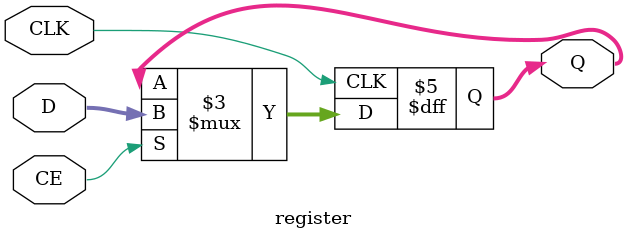
<source format=v>
`timescale 1ns / 1ps



module up_cnt_mod #(  
    parameter MODULO = 3200,
    parameter W = 12 
)
(
    input               CLK,
    input               CE,
    input               CLR,
    output reg [W-1:0]  Q = {W{1'd0}},
    output              CO
);

always @(posedge CLK)
    if (CLR)
        Q <= {W{1'd0}};
    else if (CE)
        if (Q == MODULO-1)
            Q <= {W{1'd0}};
        else
            Q <= Q+1;
            
    assign CO = CE & (Q == MODULO-1);

endmodule

module shift_reg #(
    parameter W = 8
)
(
    input               CLK,
    input               CE,
    input               CLR,
    input               DIR, //1 - right, 0 - left
    input               D,
    output reg [W-1:0]  Q
);

always @(posedge CLK)
    if (CLR)
        Q <= {W{1'd0}};
    else if(CE)
        if( DIR )
            Q <= {D,Q[7:1]};
        else
            Q <= {Q[6:0],D};


endmodule

module register #(
    parameter W=8 
)
(
    input               CLK,
    input               CE,
    input [W-1:0]       D,
    output reg [W-1:0]  Q = 0
);

always @(posedge CLK)
    if(CE)
        Q <= D;

endmodule

</source>
